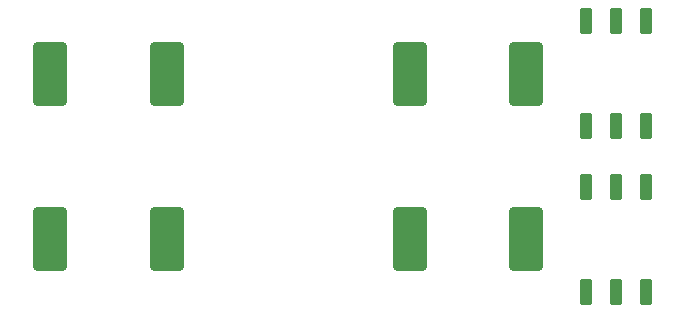
<source format=gtp>
G04*
G04 #@! TF.GenerationSoftware,Altium Limited,Altium Designer,22.4.2 (48)*
G04*
G04 Layer_Color=8421504*
%FSLAX44Y44*%
%MOMM*%
G71*
G04*
G04 #@! TF.SameCoordinates,4816D0BE-1F83-4A6B-9D26-C2E6DC4596A5*
G04*
G04*
G04 #@! TF.FilePolarity,Positive*
G04*
G01*
G75*
G04:AMPARAMS|DCode=12|XSize=5.4mm|YSize=2.9mm|CornerRadius=0.3625mm|HoleSize=0mm|Usage=FLASHONLY|Rotation=270.000|XOffset=0mm|YOffset=0mm|HoleType=Round|Shape=RoundedRectangle|*
%AMROUNDEDRECTD12*
21,1,5.4000,2.1750,0,0,270.0*
21,1,4.6750,2.9000,0,0,270.0*
1,1,0.7250,-1.0875,-2.3375*
1,1,0.7250,-1.0875,2.3375*
1,1,0.7250,1.0875,2.3375*
1,1,0.7250,1.0875,-2.3375*
%
%ADD12ROUNDEDRECTD12*%
G04:AMPARAMS|DCode=13|XSize=1.1mm|YSize=2.2mm|CornerRadius=0.1375mm|HoleSize=0mm|Usage=FLASHONLY|Rotation=0.000|XOffset=0mm|YOffset=0mm|HoleType=Round|Shape=RoundedRectangle|*
%AMROUNDEDRECTD13*
21,1,1.1000,1.9250,0,0,0.0*
21,1,0.8250,2.2000,0,0,0.0*
1,1,0.2750,0.4125,-0.9625*
1,1,0.2750,-0.4125,-0.9625*
1,1,0.2750,-0.4125,0.9625*
1,1,0.2750,0.4125,0.9625*
%
%ADD13ROUNDEDRECTD13*%
D12*
X564500Y70000D02*
D03*
X663500D02*
D03*
X564500Y-70000D02*
D03*
X663500D02*
D03*
X260500D02*
D03*
X359500D02*
D03*
X260500Y70000D02*
D03*
X359500D02*
D03*
D13*
X713600Y-25500D02*
D03*
X739000D02*
D03*
X764400D02*
D03*
Y-114500D02*
D03*
X739000D02*
D03*
X713600D02*
D03*
Y114500D02*
D03*
X739000D02*
D03*
X764400D02*
D03*
Y25500D02*
D03*
X739000D02*
D03*
X713600D02*
D03*
M02*

</source>
